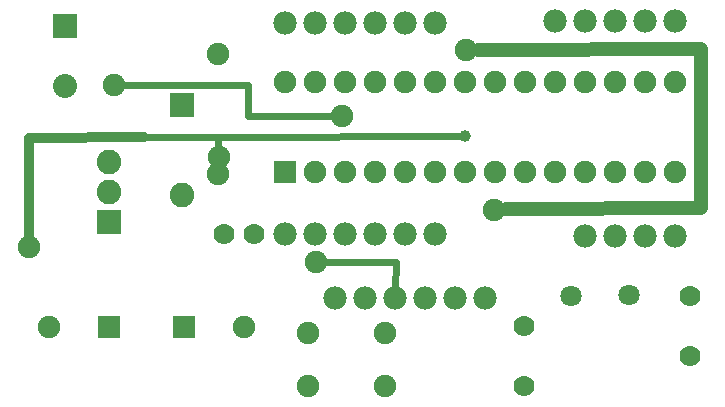
<source format=gtl>
G04 MADE WITH FRITZING*
G04 WWW.FRITZING.ORG*
G04 DOUBLE SIDED*
G04 HOLES PLATED*
G04 CONTOUR ON CENTER OF CONTOUR VECTOR*
%ASAXBY*%
%FSLAX23Y23*%
%MOIN*%
%OFA0B0*%
%SFA1.0B1.0*%
%ADD10C,0.039370*%
%ADD11C,0.075000*%
%ADD12C,0.082000*%
%ADD13C,0.070925*%
%ADD14C,0.070866*%
%ADD15C,0.070000*%
%ADD16C,0.080000*%
%ADD17C,0.075433*%
%ADD18C,0.078000*%
%ADD19R,0.075000X0.075000*%
%ADD20R,0.082000X0.082000*%
%ADD21R,0.080000X0.080000*%
%ADD22C,0.024000*%
%ADD23C,0.032000*%
%ADD24C,0.048000*%
%LNCOPPER1*%
G90*
G70*
G54D10*
X1529Y891D03*
G54D11*
X342Y257D03*
X142Y257D03*
X592Y257D03*
X792Y257D03*
X1005Y237D03*
X1261Y237D03*
X1005Y59D03*
X1261Y59D03*
G54D12*
X585Y995D03*
X585Y697D03*
X585Y995D03*
X585Y697D03*
X342Y607D03*
X342Y707D03*
X342Y807D03*
G54D11*
X705Y1165D03*
X705Y765D03*
G54D13*
X2075Y361D03*
G54D14*
X1882Y360D03*
G54D15*
X2277Y359D03*
X2277Y159D03*
X823Y567D03*
X723Y567D03*
X1726Y60D03*
X1726Y260D03*
G54D16*
X193Y1260D03*
X193Y1060D03*
G54D17*
X357Y1061D03*
X1626Y647D03*
X1030Y473D03*
X1532Y1180D03*
X1118Y960D03*
G54D11*
X929Y773D03*
X929Y1073D03*
X1029Y773D03*
X1029Y1073D03*
X1129Y773D03*
X1129Y1073D03*
X1229Y773D03*
X1229Y1073D03*
X1329Y773D03*
X1329Y1073D03*
X1429Y773D03*
X1429Y1073D03*
X1529Y773D03*
X1529Y1073D03*
X1629Y773D03*
X1629Y1073D03*
X1729Y773D03*
X1729Y1073D03*
X1829Y773D03*
X1829Y1073D03*
X1929Y773D03*
X1929Y1073D03*
X2029Y773D03*
X2029Y1073D03*
X2129Y773D03*
X2129Y1073D03*
X2229Y773D03*
X2229Y1073D03*
G54D18*
X1093Y354D03*
X1193Y354D03*
X1293Y354D03*
X1393Y354D03*
X1493Y354D03*
X1593Y354D03*
X929Y1270D03*
X1029Y1270D03*
X1129Y1270D03*
X1229Y1270D03*
X1329Y1270D03*
X1429Y1270D03*
X1827Y1276D03*
X1927Y1276D03*
X2027Y1276D03*
X2127Y1276D03*
X2227Y1276D03*
X1928Y559D03*
X2028Y559D03*
X2128Y559D03*
X2228Y559D03*
X929Y565D03*
X1029Y565D03*
X1129Y565D03*
X1229Y565D03*
X1329Y565D03*
X1429Y565D03*
G54D17*
X73Y521D03*
X707Y824D03*
G54D19*
X342Y257D03*
X592Y257D03*
G54D20*
X585Y996D03*
X585Y996D03*
X342Y607D03*
G54D21*
X193Y1260D03*
G54D19*
X929Y773D03*
G54D22*
X706Y888D02*
X1510Y891D01*
D02*
X706Y888D02*
X706Y853D01*
G54D23*
D02*
X73Y887D02*
X457Y888D01*
G54D22*
D02*
X457Y888D02*
X706Y888D01*
G54D23*
D02*
X73Y556D02*
X73Y887D01*
G54D24*
D02*
X2314Y1182D02*
X1572Y1180D01*
D02*
X2314Y652D02*
X2314Y1182D01*
D02*
X1666Y648D02*
X2314Y652D01*
G54D22*
D02*
X805Y1062D02*
X805Y959D01*
D02*
X386Y1061D02*
X805Y1062D01*
D02*
X805Y959D02*
X1089Y960D01*
D02*
X1298Y474D02*
X1294Y384D01*
D02*
X1059Y473D02*
X1298Y474D01*
D02*
X706Y795D02*
X706Y794D01*
G04 End of Copper1*
M02*
</source>
